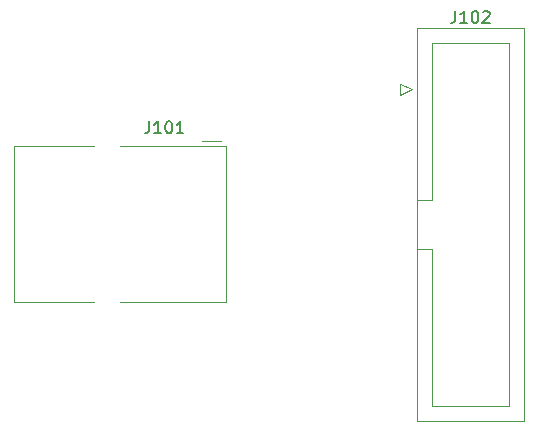
<source format=gbr>
G04 #@! TF.GenerationSoftware,KiCad,Pcbnew,5.1.6*
G04 #@! TF.CreationDate,2020-10-03T13:29:01+02:00*
G04 #@! TF.ProjectId,TagConnect2ARM,54616743-6f6e-46e6-9563-743241524d2e,rev?*
G04 #@! TF.SameCoordinates,Original*
G04 #@! TF.FileFunction,Legend,Top*
G04 #@! TF.FilePolarity,Positive*
%FSLAX46Y46*%
G04 Gerber Fmt 4.6, Leading zero omitted, Abs format (unit mm)*
G04 Created by KiCad (PCBNEW 5.1.6) date 2020-10-03 13:29:01*
%MOMM*%
%LPD*%
G01*
G04 APERTURE LIST*
%ADD10C,0.120000*%
%ADD11C,0.100000*%
%ADD12C,0.150000*%
%ADD13R,1.620000X1.620000*%
%ADD14C,3.350000*%
%ADD15C,1.620000*%
%ADD16C,1.800000*%
G04 APERTURE END LIST*
D10*
G04 #@! TO.C,J101*
X131230000Y-100570000D02*
X131230000Y-113770000D01*
X131230000Y-113770000D02*
X122210000Y-113770000D01*
D11*
X113350000Y-113770000D02*
X113230000Y-113770000D01*
D10*
X113230000Y-113770000D02*
X120010000Y-113770000D01*
D11*
X113240000Y-113770000D02*
X113230000Y-113770000D01*
D10*
X113230000Y-113770000D02*
X113230000Y-100570000D01*
X113230000Y-100570000D02*
X120010000Y-100570000D01*
D11*
X122280000Y-100570000D02*
X122210000Y-100570000D01*
D10*
X122210000Y-100570000D02*
X131230000Y-100570000D01*
X129230000Y-100100000D02*
X130760000Y-100100000D01*
G04 #@! TO.C,J102*
X145970000Y-96250000D02*
X146970000Y-95750000D01*
X145970000Y-95250000D02*
X145970000Y-96250000D01*
X146970000Y-95750000D02*
X145970000Y-95250000D01*
X148670000Y-109230000D02*
X147360000Y-109230000D01*
X148670000Y-109230000D02*
X148670000Y-109230000D01*
X148670000Y-122520000D02*
X148670000Y-109230000D01*
X155170000Y-122520000D02*
X148670000Y-122520000D01*
X155170000Y-91840000D02*
X155170000Y-122520000D01*
X148670000Y-91840000D02*
X155170000Y-91840000D01*
X148670000Y-105130000D02*
X148670000Y-91840000D01*
X147360000Y-105130000D02*
X148670000Y-105130000D01*
X147360000Y-123820000D02*
X147360000Y-90540000D01*
X156480000Y-123820000D02*
X147360000Y-123820000D01*
X156480000Y-90540000D02*
X156480000Y-123820000D01*
X147360000Y-90540000D02*
X156480000Y-90540000D01*
G04 #@! TO.C,J101*
D12*
X124714285Y-98452380D02*
X124714285Y-99166666D01*
X124666666Y-99309523D01*
X124571428Y-99404761D01*
X124428571Y-99452380D01*
X124333333Y-99452380D01*
X125714285Y-99452380D02*
X125142857Y-99452380D01*
X125428571Y-99452380D02*
X125428571Y-98452380D01*
X125333333Y-98595238D01*
X125238095Y-98690476D01*
X125142857Y-98738095D01*
X126333333Y-98452380D02*
X126428571Y-98452380D01*
X126523809Y-98500000D01*
X126571428Y-98547619D01*
X126619047Y-98642857D01*
X126666666Y-98833333D01*
X126666666Y-99071428D01*
X126619047Y-99261904D01*
X126571428Y-99357142D01*
X126523809Y-99404761D01*
X126428571Y-99452380D01*
X126333333Y-99452380D01*
X126238095Y-99404761D01*
X126190476Y-99357142D01*
X126142857Y-99261904D01*
X126095238Y-99071428D01*
X126095238Y-98833333D01*
X126142857Y-98642857D01*
X126190476Y-98547619D01*
X126238095Y-98500000D01*
X126333333Y-98452380D01*
X127619047Y-99452380D02*
X127047619Y-99452380D01*
X127333333Y-99452380D02*
X127333333Y-98452380D01*
X127238095Y-98595238D01*
X127142857Y-98690476D01*
X127047619Y-98738095D01*
G04 #@! TO.C,J102*
X150634285Y-89102380D02*
X150634285Y-89816666D01*
X150586666Y-89959523D01*
X150491428Y-90054761D01*
X150348571Y-90102380D01*
X150253333Y-90102380D01*
X151634285Y-90102380D02*
X151062857Y-90102380D01*
X151348571Y-90102380D02*
X151348571Y-89102380D01*
X151253333Y-89245238D01*
X151158095Y-89340476D01*
X151062857Y-89388095D01*
X152253333Y-89102380D02*
X152348571Y-89102380D01*
X152443809Y-89150000D01*
X152491428Y-89197619D01*
X152539047Y-89292857D01*
X152586666Y-89483333D01*
X152586666Y-89721428D01*
X152539047Y-89911904D01*
X152491428Y-90007142D01*
X152443809Y-90054761D01*
X152348571Y-90102380D01*
X152253333Y-90102380D01*
X152158095Y-90054761D01*
X152110476Y-90007142D01*
X152062857Y-89911904D01*
X152015238Y-89721428D01*
X152015238Y-89483333D01*
X152062857Y-89292857D01*
X152110476Y-89197619D01*
X152158095Y-89150000D01*
X152253333Y-89102380D01*
X152967619Y-89197619D02*
X153015238Y-89150000D01*
X153110476Y-89102380D01*
X153348571Y-89102380D01*
X153443809Y-89150000D01*
X153491428Y-89197619D01*
X153539047Y-89292857D01*
X153539047Y-89388095D01*
X153491428Y-89530952D01*
X152920000Y-90102380D01*
X153539047Y-90102380D01*
G04 #@! TD*
%LPC*%
D13*
G04 #@! TO.C,J101*
X130000000Y-104000000D03*
D14*
X121110000Y-102090000D03*
D15*
X127460000Y-105270000D03*
X130000000Y-106540000D03*
X127460000Y-107810000D03*
X130000000Y-109080000D03*
X127460000Y-110350000D03*
D14*
X121110000Y-112250000D03*
G04 #@! TD*
D16*
G04 #@! TO.C,J102*
X153190000Y-118610000D03*
X153190000Y-116070000D03*
X153190000Y-113530000D03*
X153190000Y-110990000D03*
X153190000Y-108450000D03*
X153190000Y-105910000D03*
X153190000Y-103370000D03*
X153190000Y-100830000D03*
X153190000Y-98290000D03*
X153190000Y-95750000D03*
X150650000Y-118610000D03*
X150650000Y-116070000D03*
X150650000Y-113530000D03*
X150650000Y-110990000D03*
X150650000Y-108450000D03*
X150650000Y-105910000D03*
X150650000Y-103370000D03*
X150650000Y-100830000D03*
X150650000Y-98290000D03*
G36*
G01*
X149750000Y-96385294D02*
X149750000Y-95114706D01*
G75*
G02*
X150014706Y-94850000I264706J0D01*
G01*
X151285294Y-94850000D01*
G75*
G02*
X151550000Y-95114706I0J-264706D01*
G01*
X151550000Y-96385294D01*
G75*
G02*
X151285294Y-96650000I-264706J0D01*
G01*
X150014706Y-96650000D01*
G75*
G02*
X149750000Y-96385294I0J264706D01*
G01*
G37*
G04 #@! TD*
M02*

</source>
